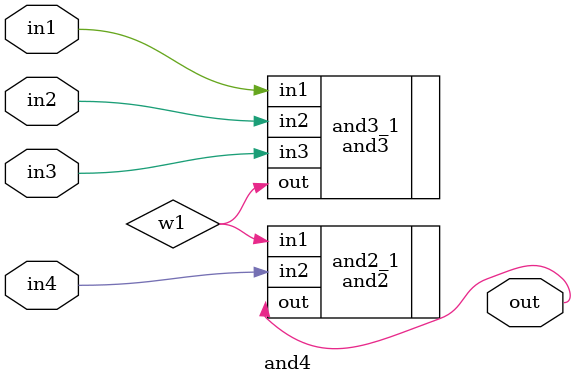
<source format=v>
`default_nettype none
module and4 (out, in1, in2, in3, in4);
    output wire out;
    input wire in1, in2, in3, in4;

    wire w1;

    and3 and3_1(.out(w1), .in1(in1), .in2(in2), .in3(in3));
    and2 and2_1(.out(out), .in1(w1), .in2(in4));
endmodule
`default_nettype wire

</source>
